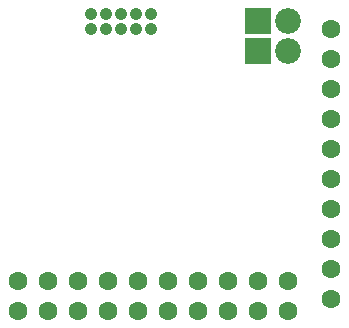
<source format=gbr>
G04 #@! TF.FileFunction,Soldermask,Bot*
%FSLAX46Y46*%
G04 Gerber Fmt 4.6, Leading zero omitted, Abs format (unit mm)*
G04 Created by KiCad (PCBNEW 0.201502111101+5414~21~ubuntu14.04.1-product) date Thu 12 Feb 2015 12:54:46 PM PST*
%MOMM*%
G01*
G04 APERTURE LIST*
%ADD10C,0.100000*%
%ADD11R,2.184400X2.184400*%
%ADD12O,2.184400X2.184400*%
%ADD13C,1.602400*%
%ADD14C,1.041400*%
G04 APERTURE END LIST*
D10*
D11*
X81407000Y-100965000D03*
D12*
X83947000Y-100965000D03*
D11*
X81407000Y-103505000D03*
D12*
X83947000Y-103505000D03*
D13*
X87630000Y-124460000D03*
X87630000Y-121920000D03*
X87630000Y-119380000D03*
X87630000Y-116840000D03*
X87630000Y-114300000D03*
X87630000Y-111760000D03*
X87630000Y-109220000D03*
X87630000Y-106680000D03*
X87630000Y-104140000D03*
X87630000Y-101600000D03*
D14*
X67310000Y-101600000D03*
X67310000Y-100330000D03*
X68580000Y-101600000D03*
X68580000Y-100330000D03*
X69850000Y-101600000D03*
X69850000Y-100330000D03*
X71120000Y-101600000D03*
X71120000Y-100330000D03*
X72390000Y-101600000D03*
X72390000Y-100330000D03*
D13*
X61087000Y-122936000D03*
X63627000Y-122936000D03*
X66167000Y-122936000D03*
X68707000Y-122936000D03*
X71247000Y-122936000D03*
X73787000Y-122936000D03*
X76327000Y-122936000D03*
X78867000Y-122936000D03*
X81407000Y-122936000D03*
X83947000Y-122936000D03*
X61087000Y-125476000D03*
X63627000Y-125476000D03*
X66167000Y-125476000D03*
X68707000Y-125476000D03*
X71247000Y-125476000D03*
X73787000Y-125476000D03*
X76327000Y-125476000D03*
X78867000Y-125476000D03*
X81407000Y-125476000D03*
X83947000Y-125476000D03*
M02*

</source>
